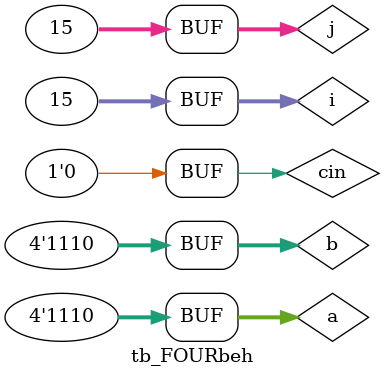
<source format=v>

module tb_FOURbeh();
  reg [3:0]a;
  reg [3:0]b;
  reg cin;
  wire [3:0]sum;
  wire cout;

integer i,j;

Four_beh FBA1(

  .a(a),
  .b(b),
  .cin(cin),
  .s(sum),
  .cout(cout)
);

initial begin
  $monitor($time,"  a=%b  b=%b  cin=%0b  sum=%0d  cout=%b",a,b,cin,sum,cout);
end


initial begin

  for(i=0;i<15;i=i+1) begin
    for(j=0;j<15;j=j+1) begin
      #1 a=i; b=j; cin=~(&i | |j);
        
    end
  end

end

endmodule
</source>
